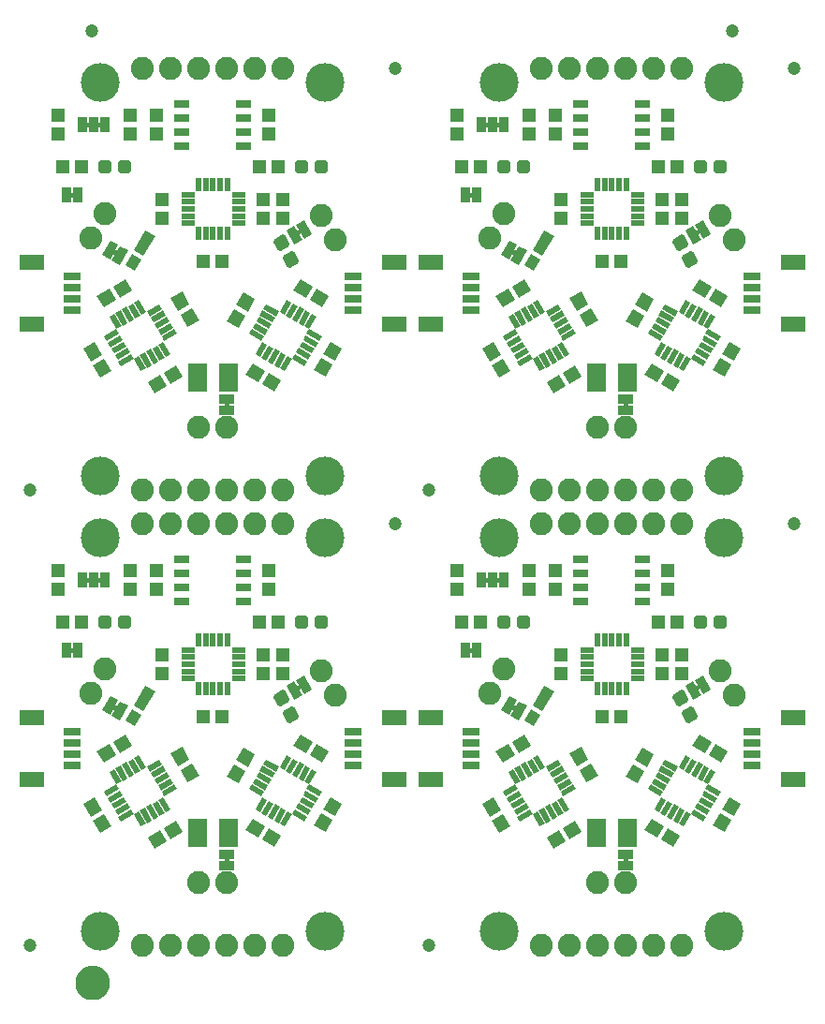
<source format=gts>
G75*
%MOIN*%
%OFA0B0*%
%FSLAX25Y25*%
%IPPOS*%
%LPD*%
%AMOC8*
5,1,8,0,0,1.08239X$1,22.5*
%
%ADD10C,0.08200*%
%ADD11R,0.05131X0.04737*%
%ADD12C,0.13800*%
%ADD13R,0.03300X0.05800*%
%ADD14C,0.00500*%
%ADD15C,0.04737*%
%ADD16R,0.01981X0.05131*%
%ADD17R,0.05131X0.01981*%
%ADD18R,0.04737X0.05131*%
%ADD19R,0.05524X0.03162*%
%ADD20R,0.08674X0.05524*%
%ADD21R,0.06115X0.03162*%
%ADD22C,0.01990*%
%ADD23R,0.03950X0.04737*%
%ADD24R,0.03950X0.08280*%
%ADD25R,0.05800X0.03300*%
%ADD26R,0.07099X0.10249*%
%ADD27C,0.05000*%
%ADD28C,0.06706*%
D10*
X0087074Y0033750D03*
X0097074Y0033750D03*
X0107074Y0033750D03*
X0117074Y0033750D03*
X0127074Y0033750D03*
X0137074Y0033750D03*
X0117074Y0056250D03*
X0107074Y0056250D03*
X0068574Y0123420D03*
X0073574Y0132080D03*
X0087074Y0183750D03*
X0097074Y0183750D03*
X0107074Y0183750D03*
X0117074Y0183750D03*
X0127074Y0183750D03*
X0137074Y0183750D03*
X0137074Y0195750D03*
X0127074Y0195750D03*
X0117074Y0195750D03*
X0107074Y0195750D03*
X0097074Y0195750D03*
X0087074Y0195750D03*
X0107074Y0218250D03*
X0117074Y0218250D03*
X0155574Y0284919D03*
X0150574Y0293580D03*
X0137074Y0345750D03*
X0127074Y0345750D03*
X0117074Y0345750D03*
X0107074Y0345750D03*
X0097074Y0345750D03*
X0087074Y0345750D03*
X0073574Y0294080D03*
X0068574Y0285419D03*
X0210574Y0285419D03*
X0215574Y0294080D03*
X0229074Y0345750D03*
X0239074Y0345750D03*
X0249074Y0345750D03*
X0259074Y0345750D03*
X0269074Y0345750D03*
X0279074Y0345750D03*
X0292574Y0293580D03*
X0297574Y0284919D03*
X0259074Y0218250D03*
X0249074Y0218250D03*
X0249074Y0195750D03*
X0259074Y0195750D03*
X0269074Y0195750D03*
X0279074Y0195750D03*
X0279074Y0183750D03*
X0269074Y0183750D03*
X0259074Y0183750D03*
X0249074Y0183750D03*
X0239074Y0183750D03*
X0229074Y0183750D03*
X0229074Y0195750D03*
X0239074Y0195750D03*
X0215574Y0132080D03*
X0210574Y0123420D03*
X0155574Y0122920D03*
X0150574Y0131580D03*
X0249074Y0056250D03*
X0259074Y0056250D03*
X0259074Y0033750D03*
X0249074Y0033750D03*
X0239074Y0033750D03*
X0229074Y0033750D03*
X0269074Y0033750D03*
X0279074Y0033750D03*
X0297574Y0122920D03*
X0292574Y0131580D03*
D11*
X0277421Y0148750D03*
X0270728Y0148750D03*
X0257421Y0115250D03*
X0250728Y0115250D03*
G36*
X0243210Y0104303D02*
X0245775Y0099861D01*
X0241674Y0097493D01*
X0239109Y0101935D01*
X0243210Y0104303D01*
G37*
G36*
X0246556Y0098507D02*
X0249121Y0094065D01*
X0245020Y0091697D01*
X0242455Y0096139D01*
X0246556Y0098507D01*
G37*
G36*
X0259068Y0093815D02*
X0261633Y0098257D01*
X0265734Y0095889D01*
X0263169Y0091447D01*
X0259068Y0093815D01*
G37*
G36*
X0262414Y0099611D02*
X0264979Y0104053D01*
X0269080Y0101685D01*
X0266515Y0097243D01*
X0262414Y0099611D01*
G37*
G36*
X0287213Y0102090D02*
X0282771Y0104655D01*
X0285139Y0108756D01*
X0289581Y0106191D01*
X0287213Y0102090D01*
G37*
G36*
X0293009Y0098744D02*
X0288567Y0101309D01*
X0290935Y0105410D01*
X0295377Y0102845D01*
X0293009Y0098744D01*
G37*
G36*
X0293414Y0082111D02*
X0295979Y0086553D01*
X0300080Y0084185D01*
X0297515Y0079743D01*
X0293414Y0082111D01*
G37*
G36*
X0290068Y0076315D02*
X0292633Y0080757D01*
X0296734Y0078389D01*
X0294169Y0073947D01*
X0290068Y0076315D01*
G37*
G36*
X0276009Y0068744D02*
X0271567Y0071309D01*
X0273935Y0075410D01*
X0278377Y0072845D01*
X0276009Y0068744D01*
G37*
G36*
X0270213Y0072090D02*
X0265771Y0074655D01*
X0268139Y0078756D01*
X0272581Y0076191D01*
X0270213Y0072090D01*
G37*
G36*
X0236606Y0075514D02*
X0241048Y0078079D01*
X0243416Y0073978D01*
X0238974Y0071413D01*
X0236606Y0075514D01*
G37*
G36*
X0230809Y0072168D02*
X0235251Y0074733D01*
X0237619Y0070632D01*
X0233177Y0068067D01*
X0230809Y0072168D01*
G37*
G36*
X0215379Y0080507D02*
X0217944Y0076065D01*
X0213843Y0073697D01*
X0211278Y0078139D01*
X0215379Y0080507D01*
G37*
G36*
X0212033Y0086303D02*
X0214598Y0081861D01*
X0210497Y0079493D01*
X0207932Y0083935D01*
X0212033Y0086303D01*
G37*
G36*
X0212771Y0102845D02*
X0217213Y0105410D01*
X0219581Y0101309D01*
X0215139Y0098744D01*
X0212771Y0102845D01*
G37*
G36*
X0218567Y0106191D02*
X0223009Y0108756D01*
X0225377Y0104655D01*
X0220935Y0102090D01*
X0218567Y0106191D01*
G37*
X0207421Y0148750D03*
X0200728Y0148750D03*
G36*
X0151009Y0098744D02*
X0146567Y0101309D01*
X0148935Y0105410D01*
X0153377Y0102845D01*
X0151009Y0098744D01*
G37*
G36*
X0145213Y0102090D02*
X0140771Y0104655D01*
X0143139Y0108756D01*
X0147581Y0106191D01*
X0145213Y0102090D01*
G37*
G36*
X0151415Y0082111D02*
X0153980Y0086553D01*
X0158081Y0084185D01*
X0155516Y0079743D01*
X0151415Y0082111D01*
G37*
G36*
X0148068Y0076315D02*
X0150633Y0080757D01*
X0154734Y0078389D01*
X0152169Y0073947D01*
X0148068Y0076315D01*
G37*
G36*
X0134009Y0068744D02*
X0129567Y0071309D01*
X0131935Y0075410D01*
X0136377Y0072845D01*
X0134009Y0068744D01*
G37*
G36*
X0128213Y0072090D02*
X0123771Y0074655D01*
X0126139Y0078756D01*
X0130581Y0076191D01*
X0128213Y0072090D01*
G37*
G36*
X0117068Y0093815D02*
X0119633Y0098257D01*
X0123734Y0095889D01*
X0121169Y0091447D01*
X0117068Y0093815D01*
G37*
G36*
X0120414Y0099611D02*
X0122979Y0104053D01*
X0127080Y0101685D01*
X0124515Y0097243D01*
X0120414Y0099611D01*
G37*
X0115421Y0115250D03*
X0108728Y0115250D03*
G36*
X0101210Y0104303D02*
X0103775Y0099861D01*
X0099674Y0097493D01*
X0097109Y0101935D01*
X0101210Y0104303D01*
G37*
G36*
X0104556Y0098507D02*
X0107121Y0094065D01*
X0103020Y0091697D01*
X0100455Y0096139D01*
X0104556Y0098507D01*
G37*
G36*
X0094606Y0075514D02*
X0099048Y0078079D01*
X0101416Y0073978D01*
X0096974Y0071413D01*
X0094606Y0075514D01*
G37*
G36*
X0088810Y0072168D02*
X0093252Y0074733D01*
X0095620Y0070632D01*
X0091178Y0068067D01*
X0088810Y0072168D01*
G37*
G36*
X0073379Y0080507D02*
X0075944Y0076065D01*
X0071843Y0073697D01*
X0069278Y0078139D01*
X0073379Y0080507D01*
G37*
G36*
X0070033Y0086303D02*
X0072598Y0081861D01*
X0068497Y0079493D01*
X0065932Y0083935D01*
X0070033Y0086303D01*
G37*
G36*
X0070771Y0102845D02*
X0075213Y0105410D01*
X0077581Y0101309D01*
X0073139Y0098744D01*
X0070771Y0102845D01*
G37*
G36*
X0076568Y0106191D02*
X0081010Y0108756D01*
X0083378Y0104655D01*
X0078936Y0102090D01*
X0076568Y0106191D01*
G37*
X0065421Y0148750D03*
X0058728Y0148750D03*
X0128728Y0148750D03*
X0135421Y0148750D03*
G36*
X0134009Y0230744D02*
X0129567Y0233309D01*
X0131935Y0237410D01*
X0136377Y0234845D01*
X0134009Y0230744D01*
G37*
G36*
X0128213Y0234090D02*
X0123771Y0236655D01*
X0126139Y0240756D01*
X0130581Y0238191D01*
X0128213Y0234090D01*
G37*
G36*
X0148068Y0238315D02*
X0150633Y0242757D01*
X0154734Y0240389D01*
X0152169Y0235947D01*
X0148068Y0238315D01*
G37*
G36*
X0151415Y0244111D02*
X0153980Y0248553D01*
X0158081Y0246185D01*
X0155516Y0241743D01*
X0151415Y0244111D01*
G37*
G36*
X0151009Y0260743D02*
X0146567Y0263308D01*
X0148935Y0267409D01*
X0153377Y0264844D01*
X0151009Y0260743D01*
G37*
G36*
X0145213Y0264090D02*
X0140771Y0266655D01*
X0143139Y0270756D01*
X0147581Y0268191D01*
X0145213Y0264090D01*
G37*
G36*
X0120414Y0261611D02*
X0122979Y0266053D01*
X0127080Y0263685D01*
X0124515Y0259243D01*
X0120414Y0261611D01*
G37*
G36*
X0117068Y0255815D02*
X0119633Y0260257D01*
X0123734Y0257889D01*
X0121169Y0253447D01*
X0117068Y0255815D01*
G37*
G36*
X0104556Y0260507D02*
X0107121Y0256065D01*
X0103020Y0253697D01*
X0100455Y0258139D01*
X0104556Y0260507D01*
G37*
G36*
X0101210Y0266303D02*
X0103775Y0261861D01*
X0099674Y0259493D01*
X0097109Y0263935D01*
X0101210Y0266303D01*
G37*
X0108728Y0277250D03*
X0115421Y0277250D03*
X0128728Y0310750D03*
X0135421Y0310750D03*
G36*
X0076568Y0268191D02*
X0081010Y0270756D01*
X0083378Y0266655D01*
X0078936Y0264090D01*
X0076568Y0268191D01*
G37*
G36*
X0070771Y0264844D02*
X0075213Y0267409D01*
X0077581Y0263308D01*
X0073139Y0260743D01*
X0070771Y0264844D01*
G37*
G36*
X0070033Y0248303D02*
X0072598Y0243861D01*
X0068497Y0241493D01*
X0065932Y0245935D01*
X0070033Y0248303D01*
G37*
G36*
X0073379Y0242507D02*
X0075944Y0238065D01*
X0071843Y0235697D01*
X0069278Y0240139D01*
X0073379Y0242507D01*
G37*
G36*
X0088810Y0234167D02*
X0093252Y0236732D01*
X0095620Y0232631D01*
X0091178Y0230066D01*
X0088810Y0234167D01*
G37*
G36*
X0094606Y0237514D02*
X0099048Y0240079D01*
X0101416Y0235978D01*
X0096974Y0233413D01*
X0094606Y0237514D01*
G37*
X0065421Y0310750D03*
X0058728Y0310750D03*
X0200728Y0310750D03*
X0207421Y0310750D03*
X0250728Y0277250D03*
X0257421Y0277250D03*
G36*
X0262414Y0261611D02*
X0264979Y0266053D01*
X0269080Y0263685D01*
X0266515Y0259243D01*
X0262414Y0261611D01*
G37*
G36*
X0259068Y0255815D02*
X0261633Y0260257D01*
X0265734Y0257889D01*
X0263169Y0253447D01*
X0259068Y0255815D01*
G37*
G36*
X0246556Y0260507D02*
X0249121Y0256065D01*
X0245020Y0253697D01*
X0242455Y0258139D01*
X0246556Y0260507D01*
G37*
G36*
X0243210Y0266303D02*
X0245775Y0261861D01*
X0241674Y0259493D01*
X0239109Y0263935D01*
X0243210Y0266303D01*
G37*
G36*
X0218567Y0268191D02*
X0223009Y0270756D01*
X0225377Y0266655D01*
X0220935Y0264090D01*
X0218567Y0268191D01*
G37*
G36*
X0212771Y0264844D02*
X0217213Y0267409D01*
X0219581Y0263308D01*
X0215139Y0260743D01*
X0212771Y0264844D01*
G37*
G36*
X0212033Y0248303D02*
X0214598Y0243861D01*
X0210497Y0241493D01*
X0207932Y0245935D01*
X0212033Y0248303D01*
G37*
G36*
X0215379Y0242507D02*
X0217944Y0238065D01*
X0213843Y0235697D01*
X0211278Y0240139D01*
X0215379Y0242507D01*
G37*
G36*
X0230809Y0234167D02*
X0235251Y0236732D01*
X0237619Y0232631D01*
X0233177Y0230066D01*
X0230809Y0234167D01*
G37*
G36*
X0236606Y0237514D02*
X0241048Y0240079D01*
X0243416Y0235978D01*
X0238974Y0233413D01*
X0236606Y0237514D01*
G37*
G36*
X0270213Y0234090D02*
X0265771Y0236655D01*
X0268139Y0240756D01*
X0272581Y0238191D01*
X0270213Y0234090D01*
G37*
G36*
X0276009Y0230744D02*
X0271567Y0233309D01*
X0273935Y0237410D01*
X0278377Y0234845D01*
X0276009Y0230744D01*
G37*
G36*
X0290068Y0238315D02*
X0292633Y0242757D01*
X0296734Y0240389D01*
X0294169Y0235947D01*
X0290068Y0238315D01*
G37*
G36*
X0293414Y0244111D02*
X0295979Y0248553D01*
X0300080Y0246185D01*
X0297515Y0241743D01*
X0293414Y0244111D01*
G37*
G36*
X0293009Y0260743D02*
X0288567Y0263308D01*
X0290935Y0267409D01*
X0295377Y0264844D01*
X0293009Y0260743D01*
G37*
G36*
X0287213Y0264090D02*
X0282771Y0266655D01*
X0285139Y0270756D01*
X0289581Y0268191D01*
X0287213Y0264090D01*
G37*
X0277421Y0310750D03*
X0270728Y0310750D03*
D12*
X0294074Y0340750D03*
X0214074Y0340750D03*
X0152074Y0340750D03*
X0072074Y0340750D03*
X0072074Y0200750D03*
X0072074Y0178750D03*
X0152074Y0178750D03*
X0152074Y0200750D03*
X0214074Y0200750D03*
X0214074Y0178750D03*
X0294074Y0178750D03*
X0294074Y0200750D03*
X0294074Y0038750D03*
X0214074Y0038750D03*
X0152074Y0038750D03*
X0072074Y0038750D03*
D13*
G36*
X0078974Y0120576D02*
X0081831Y0118926D01*
X0078932Y0113904D01*
X0076075Y0115554D01*
X0078974Y0120576D01*
G37*
G36*
X0075509Y0122576D02*
X0078366Y0120926D01*
X0075467Y0115904D01*
X0072610Y0117554D01*
X0075509Y0122576D01*
G37*
X0064074Y0138750D03*
X0060074Y0138750D03*
X0065574Y0163750D03*
X0069574Y0163750D03*
X0073574Y0163750D03*
G36*
X0143946Y0122845D02*
X0141089Y0121195D01*
X0138190Y0126217D01*
X0141047Y0127867D01*
X0143946Y0122845D01*
G37*
G36*
X0147410Y0124845D02*
X0144553Y0123195D01*
X0141654Y0128217D01*
X0144511Y0129867D01*
X0147410Y0124845D01*
G37*
X0202074Y0138750D03*
X0206074Y0138750D03*
G36*
X0217509Y0122576D02*
X0220366Y0120926D01*
X0217467Y0115904D01*
X0214610Y0117554D01*
X0217509Y0122576D01*
G37*
G36*
X0220973Y0120576D02*
X0223830Y0118926D01*
X0220931Y0113904D01*
X0218074Y0115554D01*
X0220973Y0120576D01*
G37*
X0215574Y0163750D03*
X0211574Y0163750D03*
X0207574Y0163750D03*
G36*
X0285946Y0122845D02*
X0283089Y0121195D01*
X0280190Y0126217D01*
X0283047Y0127867D01*
X0285946Y0122845D01*
G37*
G36*
X0289410Y0124845D02*
X0286553Y0123195D01*
X0283654Y0128217D01*
X0286511Y0129867D01*
X0289410Y0124845D01*
G37*
G36*
X0220973Y0282576D02*
X0223830Y0280926D01*
X0220931Y0275904D01*
X0218074Y0277554D01*
X0220973Y0282576D01*
G37*
G36*
X0217509Y0284576D02*
X0220366Y0282926D01*
X0217467Y0277904D01*
X0214610Y0279554D01*
X0217509Y0284576D01*
G37*
X0206074Y0300750D03*
X0202074Y0300750D03*
X0207574Y0325750D03*
X0211574Y0325750D03*
X0215574Y0325750D03*
G36*
X0285946Y0284845D02*
X0283089Y0283195D01*
X0280190Y0288217D01*
X0283047Y0289867D01*
X0285946Y0284845D01*
G37*
G36*
X0289410Y0286845D02*
X0286553Y0285195D01*
X0283654Y0290217D01*
X0286511Y0291867D01*
X0289410Y0286845D01*
G37*
G36*
X0147410Y0286845D02*
X0144553Y0285195D01*
X0141654Y0290217D01*
X0144511Y0291867D01*
X0147410Y0286845D01*
G37*
G36*
X0143946Y0284845D02*
X0141089Y0283195D01*
X0138190Y0288217D01*
X0141047Y0289867D01*
X0143946Y0284845D01*
G37*
G36*
X0078974Y0282576D02*
X0081831Y0280926D01*
X0078932Y0275904D01*
X0076075Y0277554D01*
X0078974Y0282576D01*
G37*
G36*
X0075509Y0284576D02*
X0078366Y0282926D01*
X0075467Y0277904D01*
X0072610Y0279554D01*
X0075509Y0284576D01*
G37*
X0064074Y0300750D03*
X0060074Y0300750D03*
X0065574Y0325750D03*
X0069574Y0325750D03*
X0073574Y0325750D03*
D14*
X0072324Y0325863D02*
X0066824Y0325863D01*
X0066824Y0326250D02*
X0066824Y0325250D01*
X0072324Y0325250D01*
X0072324Y0326250D01*
X0066824Y0326250D01*
X0066824Y0325364D02*
X0072324Y0325364D01*
X0062824Y0301250D02*
X0062824Y0300250D01*
X0061324Y0300250D01*
X0061324Y0301250D01*
X0062824Y0301250D01*
X0062824Y0300937D02*
X0061324Y0300937D01*
X0061324Y0300439D02*
X0062824Y0300439D01*
X0076821Y0281048D02*
X0078120Y0280298D01*
X0077620Y0279432D01*
X0076321Y0280182D01*
X0076821Y0281048D01*
X0076791Y0280997D02*
X0076910Y0280997D01*
X0076503Y0280498D02*
X0077774Y0280498D01*
X0077948Y0280000D02*
X0076637Y0280000D01*
X0077501Y0279501D02*
X0077660Y0279501D01*
X0116574Y0227000D02*
X0117574Y0227000D01*
X0117574Y0225500D01*
X0116574Y0225500D01*
X0116574Y0227000D01*
X0116574Y0226659D02*
X0117574Y0226659D01*
X0117574Y0226160D02*
X0116574Y0226160D01*
X0116574Y0225662D02*
X0117574Y0225662D01*
X0072324Y0164250D02*
X0066824Y0164250D01*
X0066824Y0163250D01*
X0072324Y0163250D01*
X0072324Y0164250D01*
X0072324Y0163847D02*
X0066824Y0163847D01*
X0066824Y0163348D02*
X0072324Y0163348D01*
X0062824Y0139250D02*
X0062824Y0138250D01*
X0061324Y0138250D01*
X0061324Y0139250D01*
X0062824Y0139250D01*
X0062824Y0138921D02*
X0061324Y0138921D01*
X0061324Y0138422D02*
X0062824Y0138422D01*
X0076821Y0119048D02*
X0078120Y0118298D01*
X0077620Y0117432D01*
X0076321Y0118182D01*
X0076821Y0119048D01*
X0076782Y0118981D02*
X0076939Y0118981D01*
X0076494Y0118482D02*
X0077802Y0118482D01*
X0077938Y0117984D02*
X0076665Y0117984D01*
X0077529Y0117485D02*
X0077650Y0117485D01*
X0116574Y0065000D02*
X0117574Y0065000D01*
X0117574Y0063500D01*
X0116574Y0063500D01*
X0116574Y0065000D01*
X0116574Y0064643D02*
X0117574Y0064643D01*
X0117574Y0064144D02*
X0116574Y0064144D01*
X0116574Y0063646D02*
X0117574Y0063646D01*
X0142401Y0124723D02*
X0141901Y0125589D01*
X0143200Y0126339D01*
X0143700Y0125473D01*
X0142401Y0124723D01*
X0142262Y0124963D02*
X0142816Y0124963D01*
X0141974Y0125461D02*
X0143679Y0125461D01*
X0143419Y0125960D02*
X0142543Y0125960D01*
X0203324Y0138250D02*
X0203324Y0139250D01*
X0204824Y0139250D01*
X0204824Y0138250D01*
X0203324Y0138250D01*
X0203324Y0138422D02*
X0204824Y0138422D01*
X0204824Y0138921D02*
X0203324Y0138921D01*
X0208824Y0163250D02*
X0208824Y0164250D01*
X0214324Y0164250D01*
X0214324Y0163250D01*
X0208824Y0163250D01*
X0208824Y0163348D02*
X0214324Y0163348D01*
X0214324Y0163847D02*
X0208824Y0163847D01*
X0218821Y0119048D02*
X0220120Y0118298D01*
X0219620Y0117432D01*
X0218321Y0118182D01*
X0218821Y0119048D01*
X0218782Y0118981D02*
X0218938Y0118981D01*
X0218494Y0118482D02*
X0219802Y0118482D01*
X0219938Y0117984D02*
X0218665Y0117984D01*
X0219529Y0117485D02*
X0219650Y0117485D01*
X0258574Y0065000D02*
X0259574Y0065000D01*
X0259574Y0063500D01*
X0258574Y0063500D01*
X0258574Y0065000D01*
X0258574Y0064643D02*
X0259574Y0064643D01*
X0259574Y0064144D02*
X0258574Y0064144D01*
X0258574Y0063646D02*
X0259574Y0063646D01*
X0284401Y0124723D02*
X0283901Y0125589D01*
X0285200Y0126339D01*
X0285700Y0125473D01*
X0284401Y0124723D01*
X0284262Y0124963D02*
X0284816Y0124963D01*
X0283974Y0125461D02*
X0285679Y0125461D01*
X0285418Y0125960D02*
X0284543Y0125960D01*
X0259574Y0225500D02*
X0258574Y0225500D01*
X0258574Y0227000D01*
X0259574Y0227000D01*
X0259574Y0225500D01*
X0259574Y0225662D02*
X0258574Y0225662D01*
X0258574Y0226160D02*
X0259574Y0226160D01*
X0259574Y0226659D02*
X0258574Y0226659D01*
X0219620Y0279432D02*
X0220120Y0280298D01*
X0218821Y0281048D01*
X0218321Y0280182D01*
X0219620Y0279432D01*
X0219660Y0279501D02*
X0219500Y0279501D01*
X0219947Y0280000D02*
X0218637Y0280000D01*
X0218503Y0280498D02*
X0219773Y0280498D01*
X0218910Y0280997D02*
X0218791Y0280997D01*
X0204824Y0300250D02*
X0203324Y0300250D01*
X0203324Y0301250D01*
X0204824Y0301250D01*
X0204824Y0300250D01*
X0204824Y0300439D02*
X0203324Y0300439D01*
X0203324Y0300937D02*
X0204824Y0300937D01*
X0208824Y0325250D02*
X0208824Y0326250D01*
X0214324Y0326250D01*
X0214324Y0325250D01*
X0208824Y0325250D01*
X0208824Y0325364D02*
X0214324Y0325364D01*
X0214324Y0325863D02*
X0208824Y0325863D01*
X0143409Y0287976D02*
X0142571Y0287976D01*
X0143200Y0288339D02*
X0143700Y0287473D01*
X0142401Y0286723D01*
X0141901Y0287589D01*
X0143200Y0288339D01*
X0143697Y0287477D02*
X0141965Y0287477D01*
X0142253Y0286979D02*
X0142844Y0286979D01*
X0283901Y0287589D02*
X0284401Y0286723D01*
X0285700Y0287473D01*
X0285200Y0288339D01*
X0283901Y0287589D01*
X0283965Y0287477D02*
X0285697Y0287477D01*
X0285409Y0287976D02*
X0284571Y0287976D01*
X0284844Y0286979D02*
X0284253Y0286979D01*
D15*
X0047074Y0033750D03*
X0189074Y0033750D03*
X0177074Y0183750D03*
X0189074Y0195750D03*
X0319074Y0183750D03*
X0319074Y0345750D03*
X0297074Y0359000D03*
X0177074Y0345750D03*
X0069074Y0359000D03*
X0047074Y0195750D03*
D16*
G36*
X0082879Y0244126D02*
X0083869Y0242412D01*
X0079427Y0239848D01*
X0078437Y0241562D01*
X0082879Y0244126D01*
G37*
G36*
X0081599Y0246342D02*
X0082589Y0244628D01*
X0078147Y0242064D01*
X0077157Y0243778D01*
X0081599Y0246342D01*
G37*
G36*
X0080319Y0248558D02*
X0081309Y0246844D01*
X0076867Y0244280D01*
X0075877Y0245994D01*
X0080319Y0248558D01*
G37*
G36*
X0079040Y0250774D02*
X0080030Y0249060D01*
X0075588Y0246496D01*
X0074598Y0248210D01*
X0079040Y0250774D01*
G37*
G36*
X0077760Y0252991D02*
X0078750Y0251277D01*
X0074308Y0248713D01*
X0073318Y0250427D01*
X0077760Y0252991D01*
G37*
G36*
X0079470Y0253966D02*
X0077756Y0252976D01*
X0075192Y0257418D01*
X0076906Y0258408D01*
X0079470Y0253966D01*
G37*
G36*
X0081687Y0255245D02*
X0079973Y0254255D01*
X0077409Y0258697D01*
X0079123Y0259687D01*
X0081687Y0255245D01*
G37*
G36*
X0083903Y0256525D02*
X0082189Y0255535D01*
X0079625Y0259977D01*
X0081339Y0260967D01*
X0083903Y0256525D01*
G37*
G36*
X0086119Y0257804D02*
X0084405Y0256814D01*
X0081841Y0261256D01*
X0083555Y0262246D01*
X0086119Y0257804D01*
G37*
G36*
X0088335Y0259084D02*
X0086621Y0258094D01*
X0084057Y0262536D01*
X0085771Y0263526D01*
X0088335Y0259084D01*
G37*
G36*
X0089651Y0257571D02*
X0088661Y0259285D01*
X0093103Y0261849D01*
X0094093Y0260135D01*
X0089651Y0257571D01*
G37*
G36*
X0090931Y0255355D02*
X0089941Y0257069D01*
X0094383Y0259633D01*
X0095373Y0257919D01*
X0090931Y0255355D01*
G37*
G36*
X0092210Y0253138D02*
X0091220Y0254852D01*
X0095662Y0257416D01*
X0096652Y0255702D01*
X0092210Y0253138D01*
G37*
G36*
X0093490Y0250922D02*
X0092500Y0252636D01*
X0096942Y0255200D01*
X0097932Y0253486D01*
X0093490Y0250922D01*
G37*
G36*
X0094769Y0248706D02*
X0093779Y0250420D01*
X0098221Y0252984D01*
X0099211Y0251270D01*
X0094769Y0248706D01*
G37*
G36*
X0092719Y0247534D02*
X0094433Y0248524D01*
X0096997Y0244082D01*
X0095283Y0243092D01*
X0092719Y0247534D01*
G37*
G36*
X0090502Y0246254D02*
X0092216Y0247244D01*
X0094780Y0242802D01*
X0093066Y0241812D01*
X0090502Y0246254D01*
G37*
G36*
X0088286Y0244975D02*
X0090000Y0245965D01*
X0092564Y0241523D01*
X0090850Y0240533D01*
X0088286Y0244975D01*
G37*
G36*
X0086070Y0243695D02*
X0087784Y0244685D01*
X0090348Y0240243D01*
X0088634Y0239253D01*
X0086070Y0243695D01*
G37*
G36*
X0083854Y0242416D02*
X0085568Y0243406D01*
X0088132Y0238964D01*
X0086418Y0237974D01*
X0083854Y0242416D01*
G37*
G36*
X0130369Y0250420D02*
X0129379Y0248706D01*
X0124937Y0251270D01*
X0125927Y0252984D01*
X0130369Y0250420D01*
G37*
G36*
X0131649Y0252636D02*
X0130659Y0250922D01*
X0126217Y0253486D01*
X0127207Y0255200D01*
X0131649Y0252636D01*
G37*
G36*
X0132928Y0254852D02*
X0131938Y0253138D01*
X0127496Y0255702D01*
X0128486Y0257416D01*
X0132928Y0254852D01*
G37*
G36*
X0134208Y0257069D02*
X0133218Y0255355D01*
X0128776Y0257919D01*
X0129766Y0259633D01*
X0134208Y0257069D01*
G37*
G36*
X0135487Y0259285D02*
X0134497Y0257571D01*
X0130055Y0260135D01*
X0131045Y0261849D01*
X0135487Y0259285D01*
G37*
G36*
X0137527Y0258094D02*
X0135813Y0259084D01*
X0138377Y0263526D01*
X0140091Y0262536D01*
X0137527Y0258094D01*
G37*
G36*
X0139744Y0256814D02*
X0138030Y0257804D01*
X0140594Y0262246D01*
X0142308Y0261256D01*
X0139744Y0256814D01*
G37*
G36*
X0141960Y0255535D02*
X0140246Y0256525D01*
X0142810Y0260967D01*
X0144524Y0259977D01*
X0141960Y0255535D01*
G37*
G36*
X0144176Y0254255D02*
X0142462Y0255245D01*
X0145026Y0259687D01*
X0146740Y0258697D01*
X0144176Y0254255D01*
G37*
G36*
X0146392Y0252976D02*
X0144678Y0253966D01*
X0147242Y0258408D01*
X0148956Y0257418D01*
X0146392Y0252976D01*
G37*
G36*
X0145398Y0251277D02*
X0146388Y0252991D01*
X0150830Y0250427D01*
X0149840Y0248713D01*
X0145398Y0251277D01*
G37*
G36*
X0144119Y0249060D02*
X0145109Y0250774D01*
X0149551Y0248210D01*
X0148561Y0246496D01*
X0144119Y0249060D01*
G37*
G36*
X0142839Y0246844D02*
X0143829Y0248558D01*
X0148271Y0245994D01*
X0147281Y0244280D01*
X0142839Y0246844D01*
G37*
G36*
X0141560Y0244628D02*
X0142550Y0246342D01*
X0146992Y0243778D01*
X0146002Y0242064D01*
X0141560Y0244628D01*
G37*
G36*
X0140280Y0242412D02*
X0141270Y0244126D01*
X0145712Y0241562D01*
X0144722Y0239848D01*
X0140280Y0242412D01*
G37*
G36*
X0138581Y0243406D02*
X0140295Y0242416D01*
X0137731Y0237974D01*
X0136017Y0238964D01*
X0138581Y0243406D01*
G37*
G36*
X0136365Y0244685D02*
X0138079Y0243695D01*
X0135515Y0239253D01*
X0133801Y0240243D01*
X0136365Y0244685D01*
G37*
G36*
X0134148Y0245965D02*
X0135862Y0244975D01*
X0133298Y0240533D01*
X0131584Y0241523D01*
X0134148Y0245965D01*
G37*
G36*
X0131932Y0247244D02*
X0133646Y0246254D01*
X0131082Y0241812D01*
X0129368Y0242802D01*
X0131932Y0247244D01*
G37*
G36*
X0129716Y0248524D02*
X0131430Y0247534D01*
X0128866Y0243092D01*
X0127152Y0244082D01*
X0129716Y0248524D01*
G37*
X0117192Y0287088D03*
X0114633Y0287088D03*
X0112074Y0287088D03*
X0109515Y0287088D03*
X0106956Y0287088D03*
X0106956Y0304411D03*
X0109515Y0304411D03*
X0112074Y0304411D03*
X0114633Y0304411D03*
X0117192Y0304411D03*
G36*
X0221470Y0253966D02*
X0219756Y0252976D01*
X0217192Y0257418D01*
X0218906Y0258408D01*
X0221470Y0253966D01*
G37*
G36*
X0223686Y0255245D02*
X0221972Y0254255D01*
X0219408Y0258697D01*
X0221122Y0259687D01*
X0223686Y0255245D01*
G37*
G36*
X0225903Y0256525D02*
X0224189Y0255535D01*
X0221625Y0259977D01*
X0223339Y0260967D01*
X0225903Y0256525D01*
G37*
G36*
X0228119Y0257804D02*
X0226405Y0256814D01*
X0223841Y0261256D01*
X0225555Y0262246D01*
X0228119Y0257804D01*
G37*
G36*
X0230335Y0259084D02*
X0228621Y0258094D01*
X0226057Y0262536D01*
X0227771Y0263526D01*
X0230335Y0259084D01*
G37*
G36*
X0231651Y0257571D02*
X0230661Y0259285D01*
X0235103Y0261849D01*
X0236093Y0260135D01*
X0231651Y0257571D01*
G37*
G36*
X0232931Y0255355D02*
X0231941Y0257069D01*
X0236383Y0259633D01*
X0237373Y0257919D01*
X0232931Y0255355D01*
G37*
G36*
X0234210Y0253138D02*
X0233220Y0254852D01*
X0237662Y0257416D01*
X0238652Y0255702D01*
X0234210Y0253138D01*
G37*
G36*
X0235490Y0250922D02*
X0234500Y0252636D01*
X0238942Y0255200D01*
X0239932Y0253486D01*
X0235490Y0250922D01*
G37*
G36*
X0236769Y0248706D02*
X0235779Y0250420D01*
X0240221Y0252984D01*
X0241211Y0251270D01*
X0236769Y0248706D01*
G37*
G36*
X0234718Y0247534D02*
X0236432Y0248524D01*
X0238996Y0244082D01*
X0237282Y0243092D01*
X0234718Y0247534D01*
G37*
G36*
X0232502Y0246254D02*
X0234216Y0247244D01*
X0236780Y0242802D01*
X0235066Y0241812D01*
X0232502Y0246254D01*
G37*
G36*
X0230286Y0244975D02*
X0232000Y0245965D01*
X0234564Y0241523D01*
X0232850Y0240533D01*
X0230286Y0244975D01*
G37*
G36*
X0228070Y0243695D02*
X0229784Y0244685D01*
X0232348Y0240243D01*
X0230634Y0239253D01*
X0228070Y0243695D01*
G37*
G36*
X0225854Y0242416D02*
X0227568Y0243406D01*
X0230132Y0238964D01*
X0228418Y0237974D01*
X0225854Y0242416D01*
G37*
G36*
X0224878Y0244126D02*
X0225868Y0242412D01*
X0221426Y0239848D01*
X0220436Y0241562D01*
X0224878Y0244126D01*
G37*
G36*
X0223599Y0246342D02*
X0224589Y0244628D01*
X0220147Y0242064D01*
X0219157Y0243778D01*
X0223599Y0246342D01*
G37*
G36*
X0222319Y0248558D02*
X0223309Y0246844D01*
X0218867Y0244280D01*
X0217877Y0245994D01*
X0222319Y0248558D01*
G37*
G36*
X0221040Y0250774D02*
X0222030Y0249060D01*
X0217588Y0246496D01*
X0216598Y0248210D01*
X0221040Y0250774D01*
G37*
G36*
X0219760Y0252991D02*
X0220750Y0251277D01*
X0216308Y0248713D01*
X0215318Y0250427D01*
X0219760Y0252991D01*
G37*
X0248956Y0287088D03*
X0251515Y0287088D03*
X0254074Y0287088D03*
X0256633Y0287088D03*
X0259192Y0287088D03*
X0259192Y0304411D03*
X0256633Y0304411D03*
X0254074Y0304411D03*
X0251515Y0304411D03*
X0248956Y0304411D03*
G36*
X0279527Y0258094D02*
X0277813Y0259084D01*
X0280377Y0263526D01*
X0282091Y0262536D01*
X0279527Y0258094D01*
G37*
G36*
X0281743Y0256814D02*
X0280029Y0257804D01*
X0282593Y0262246D01*
X0284307Y0261256D01*
X0281743Y0256814D01*
G37*
G36*
X0283960Y0255535D02*
X0282246Y0256525D01*
X0284810Y0260967D01*
X0286524Y0259977D01*
X0283960Y0255535D01*
G37*
G36*
X0286176Y0254255D02*
X0284462Y0255245D01*
X0287026Y0259687D01*
X0288740Y0258697D01*
X0286176Y0254255D01*
G37*
G36*
X0288392Y0252976D02*
X0286678Y0253966D01*
X0289242Y0258408D01*
X0290956Y0257418D01*
X0288392Y0252976D01*
G37*
G36*
X0287398Y0251277D02*
X0288388Y0252991D01*
X0292830Y0250427D01*
X0291840Y0248713D01*
X0287398Y0251277D01*
G37*
G36*
X0286119Y0249060D02*
X0287109Y0250774D01*
X0291551Y0248210D01*
X0290561Y0246496D01*
X0286119Y0249060D01*
G37*
G36*
X0284839Y0246844D02*
X0285829Y0248558D01*
X0290271Y0245994D01*
X0289281Y0244280D01*
X0284839Y0246844D01*
G37*
G36*
X0283559Y0244628D02*
X0284549Y0246342D01*
X0288991Y0243778D01*
X0288001Y0242064D01*
X0283559Y0244628D01*
G37*
G36*
X0282280Y0242412D02*
X0283270Y0244126D01*
X0287712Y0241562D01*
X0286722Y0239848D01*
X0282280Y0242412D01*
G37*
G36*
X0280581Y0243406D02*
X0282295Y0242416D01*
X0279731Y0237974D01*
X0278017Y0238964D01*
X0280581Y0243406D01*
G37*
G36*
X0278364Y0244685D02*
X0280078Y0243695D01*
X0277514Y0239253D01*
X0275800Y0240243D01*
X0278364Y0244685D01*
G37*
G36*
X0276148Y0245965D02*
X0277862Y0244975D01*
X0275298Y0240533D01*
X0273584Y0241523D01*
X0276148Y0245965D01*
G37*
G36*
X0273932Y0247244D02*
X0275646Y0246254D01*
X0273082Y0241812D01*
X0271368Y0242802D01*
X0273932Y0247244D01*
G37*
G36*
X0271716Y0248524D02*
X0273430Y0247534D01*
X0270866Y0243092D01*
X0269152Y0244082D01*
X0271716Y0248524D01*
G37*
G36*
X0272369Y0250420D02*
X0271379Y0248706D01*
X0266937Y0251270D01*
X0267927Y0252984D01*
X0272369Y0250420D01*
G37*
G36*
X0273649Y0252636D02*
X0272659Y0250922D01*
X0268217Y0253486D01*
X0269207Y0255200D01*
X0273649Y0252636D01*
G37*
G36*
X0274928Y0254852D02*
X0273938Y0253138D01*
X0269496Y0255702D01*
X0270486Y0257416D01*
X0274928Y0254852D01*
G37*
G36*
X0276208Y0257069D02*
X0275218Y0255355D01*
X0270776Y0257919D01*
X0271766Y0259633D01*
X0276208Y0257069D01*
G37*
G36*
X0277487Y0259285D02*
X0276497Y0257571D01*
X0272055Y0260135D01*
X0273045Y0261849D01*
X0277487Y0259285D01*
G37*
X0259192Y0142411D03*
X0256633Y0142411D03*
X0254074Y0142411D03*
X0251515Y0142411D03*
X0248956Y0142411D03*
X0248956Y0125088D03*
X0251515Y0125088D03*
X0254074Y0125088D03*
X0256633Y0125088D03*
X0259192Y0125088D03*
G36*
X0277487Y0097285D02*
X0276497Y0095571D01*
X0272055Y0098135D01*
X0273045Y0099849D01*
X0277487Y0097285D01*
G37*
G36*
X0279527Y0096094D02*
X0277813Y0097084D01*
X0280377Y0101526D01*
X0282091Y0100536D01*
X0279527Y0096094D01*
G37*
G36*
X0281743Y0094815D02*
X0280029Y0095805D01*
X0282593Y0100247D01*
X0284307Y0099257D01*
X0281743Y0094815D01*
G37*
G36*
X0283960Y0093535D02*
X0282246Y0094525D01*
X0284810Y0098967D01*
X0286524Y0097977D01*
X0283960Y0093535D01*
G37*
G36*
X0286176Y0092256D02*
X0284462Y0093246D01*
X0287026Y0097688D01*
X0288740Y0096698D01*
X0286176Y0092256D01*
G37*
G36*
X0288392Y0090976D02*
X0286678Y0091966D01*
X0289242Y0096408D01*
X0290956Y0095418D01*
X0288392Y0090976D01*
G37*
G36*
X0287398Y0089277D02*
X0288388Y0090991D01*
X0292830Y0088427D01*
X0291840Y0086713D01*
X0287398Y0089277D01*
G37*
G36*
X0286119Y0087061D02*
X0287109Y0088775D01*
X0291551Y0086211D01*
X0290561Y0084497D01*
X0286119Y0087061D01*
G37*
G36*
X0284839Y0084844D02*
X0285829Y0086558D01*
X0290271Y0083994D01*
X0289281Y0082280D01*
X0284839Y0084844D01*
G37*
G36*
X0283559Y0082628D02*
X0284549Y0084342D01*
X0288991Y0081778D01*
X0288001Y0080064D01*
X0283559Y0082628D01*
G37*
G36*
X0282280Y0080412D02*
X0283270Y0082126D01*
X0287712Y0079562D01*
X0286722Y0077848D01*
X0282280Y0080412D01*
G37*
G36*
X0280581Y0081406D02*
X0282295Y0080416D01*
X0279731Y0075974D01*
X0278017Y0076964D01*
X0280581Y0081406D01*
G37*
G36*
X0278364Y0082686D02*
X0280078Y0081696D01*
X0277514Y0077254D01*
X0275800Y0078244D01*
X0278364Y0082686D01*
G37*
G36*
X0276148Y0083965D02*
X0277862Y0082975D01*
X0275298Y0078533D01*
X0273584Y0079523D01*
X0276148Y0083965D01*
G37*
G36*
X0273932Y0085245D02*
X0275646Y0084255D01*
X0273082Y0079813D01*
X0271368Y0080803D01*
X0273932Y0085245D01*
G37*
G36*
X0271716Y0086524D02*
X0273430Y0085534D01*
X0270866Y0081092D01*
X0269152Y0082082D01*
X0271716Y0086524D01*
G37*
G36*
X0272369Y0088420D02*
X0271379Y0086706D01*
X0266937Y0089270D01*
X0267927Y0090984D01*
X0272369Y0088420D01*
G37*
G36*
X0273649Y0090636D02*
X0272659Y0088922D01*
X0268217Y0091486D01*
X0269207Y0093200D01*
X0273649Y0090636D01*
G37*
G36*
X0274928Y0092853D02*
X0273938Y0091139D01*
X0269496Y0093703D01*
X0270486Y0095417D01*
X0274928Y0092853D01*
G37*
G36*
X0276208Y0095069D02*
X0275218Y0093355D01*
X0270776Y0095919D01*
X0271766Y0097633D01*
X0276208Y0095069D01*
G37*
G36*
X0236769Y0086706D02*
X0235779Y0088420D01*
X0240221Y0090984D01*
X0241211Y0089270D01*
X0236769Y0086706D01*
G37*
G36*
X0234718Y0085534D02*
X0236432Y0086524D01*
X0238996Y0082082D01*
X0237282Y0081092D01*
X0234718Y0085534D01*
G37*
G36*
X0232502Y0084255D02*
X0234216Y0085245D01*
X0236780Y0080803D01*
X0235066Y0079813D01*
X0232502Y0084255D01*
G37*
G36*
X0230286Y0082975D02*
X0232000Y0083965D01*
X0234564Y0079523D01*
X0232850Y0078533D01*
X0230286Y0082975D01*
G37*
G36*
X0228070Y0081695D02*
X0229784Y0082685D01*
X0232348Y0078243D01*
X0230634Y0077253D01*
X0228070Y0081695D01*
G37*
G36*
X0225854Y0080416D02*
X0227568Y0081406D01*
X0230132Y0076964D01*
X0228418Y0075974D01*
X0225854Y0080416D01*
G37*
G36*
X0224878Y0082126D02*
X0225868Y0080412D01*
X0221426Y0077848D01*
X0220436Y0079562D01*
X0224878Y0082126D01*
G37*
G36*
X0223599Y0084342D02*
X0224589Y0082628D01*
X0220147Y0080064D01*
X0219157Y0081778D01*
X0223599Y0084342D01*
G37*
G36*
X0222319Y0086558D02*
X0223309Y0084844D01*
X0218867Y0082280D01*
X0217877Y0083994D01*
X0222319Y0086558D01*
G37*
G36*
X0221040Y0088775D02*
X0222030Y0087061D01*
X0217588Y0084497D01*
X0216598Y0086211D01*
X0221040Y0088775D01*
G37*
G36*
X0219760Y0090991D02*
X0220750Y0089277D01*
X0216308Y0086713D01*
X0215318Y0088427D01*
X0219760Y0090991D01*
G37*
G36*
X0221470Y0091966D02*
X0219756Y0090976D01*
X0217192Y0095418D01*
X0218906Y0096408D01*
X0221470Y0091966D01*
G37*
G36*
X0223686Y0093245D02*
X0221972Y0092255D01*
X0219408Y0096697D01*
X0221122Y0097687D01*
X0223686Y0093245D01*
G37*
G36*
X0225903Y0094525D02*
X0224189Y0093535D01*
X0221625Y0097977D01*
X0223339Y0098967D01*
X0225903Y0094525D01*
G37*
G36*
X0228119Y0095805D02*
X0226405Y0094815D01*
X0223841Y0099257D01*
X0225555Y0100247D01*
X0228119Y0095805D01*
G37*
G36*
X0230335Y0097084D02*
X0228621Y0096094D01*
X0226057Y0100536D01*
X0227771Y0101526D01*
X0230335Y0097084D01*
G37*
G36*
X0231651Y0095571D02*
X0230661Y0097285D01*
X0235103Y0099849D01*
X0236093Y0098135D01*
X0231651Y0095571D01*
G37*
G36*
X0232931Y0093355D02*
X0231941Y0095069D01*
X0236383Y0097633D01*
X0237373Y0095919D01*
X0232931Y0093355D01*
G37*
G36*
X0234210Y0091139D02*
X0233220Y0092853D01*
X0237662Y0095417D01*
X0238652Y0093703D01*
X0234210Y0091139D01*
G37*
G36*
X0235490Y0088922D02*
X0234500Y0090636D01*
X0238942Y0093200D01*
X0239932Y0091486D01*
X0235490Y0088922D01*
G37*
G36*
X0145398Y0089277D02*
X0146388Y0090991D01*
X0150830Y0088427D01*
X0149840Y0086713D01*
X0145398Y0089277D01*
G37*
G36*
X0144119Y0087061D02*
X0145109Y0088775D01*
X0149551Y0086211D01*
X0148561Y0084497D01*
X0144119Y0087061D01*
G37*
G36*
X0142839Y0084844D02*
X0143829Y0086558D01*
X0148271Y0083994D01*
X0147281Y0082280D01*
X0142839Y0084844D01*
G37*
G36*
X0141560Y0082628D02*
X0142550Y0084342D01*
X0146992Y0081778D01*
X0146002Y0080064D01*
X0141560Y0082628D01*
G37*
G36*
X0140280Y0080412D02*
X0141270Y0082126D01*
X0145712Y0079562D01*
X0144722Y0077848D01*
X0140280Y0080412D01*
G37*
G36*
X0138581Y0081406D02*
X0140295Y0080416D01*
X0137731Y0075974D01*
X0136017Y0076964D01*
X0138581Y0081406D01*
G37*
G36*
X0136365Y0082686D02*
X0138079Y0081696D01*
X0135515Y0077254D01*
X0133801Y0078244D01*
X0136365Y0082686D01*
G37*
G36*
X0134148Y0083965D02*
X0135862Y0082975D01*
X0133298Y0078533D01*
X0131584Y0079523D01*
X0134148Y0083965D01*
G37*
G36*
X0131932Y0085245D02*
X0133646Y0084255D01*
X0131082Y0079813D01*
X0129368Y0080803D01*
X0131932Y0085245D01*
G37*
G36*
X0129716Y0086524D02*
X0131430Y0085534D01*
X0128866Y0081092D01*
X0127152Y0082082D01*
X0129716Y0086524D01*
G37*
G36*
X0130369Y0088420D02*
X0129379Y0086706D01*
X0124937Y0089270D01*
X0125927Y0090984D01*
X0130369Y0088420D01*
G37*
G36*
X0131649Y0090636D02*
X0130659Y0088922D01*
X0126217Y0091486D01*
X0127207Y0093200D01*
X0131649Y0090636D01*
G37*
G36*
X0132928Y0092853D02*
X0131938Y0091139D01*
X0127496Y0093703D01*
X0128486Y0095417D01*
X0132928Y0092853D01*
G37*
G36*
X0134208Y0095069D02*
X0133218Y0093355D01*
X0128776Y0095919D01*
X0129766Y0097633D01*
X0134208Y0095069D01*
G37*
G36*
X0135487Y0097285D02*
X0134497Y0095571D01*
X0130055Y0098135D01*
X0131045Y0099849D01*
X0135487Y0097285D01*
G37*
G36*
X0137527Y0096094D02*
X0135813Y0097084D01*
X0138377Y0101526D01*
X0140091Y0100536D01*
X0137527Y0096094D01*
G37*
G36*
X0139744Y0094815D02*
X0138030Y0095805D01*
X0140594Y0100247D01*
X0142308Y0099257D01*
X0139744Y0094815D01*
G37*
G36*
X0141960Y0093535D02*
X0140246Y0094525D01*
X0142810Y0098967D01*
X0144524Y0097977D01*
X0141960Y0093535D01*
G37*
G36*
X0144176Y0092256D02*
X0142462Y0093246D01*
X0145026Y0097688D01*
X0146740Y0096698D01*
X0144176Y0092256D01*
G37*
G36*
X0146392Y0090976D02*
X0144678Y0091966D01*
X0147242Y0096408D01*
X0148956Y0095418D01*
X0146392Y0090976D01*
G37*
X0117192Y0125088D03*
X0114633Y0125088D03*
X0112074Y0125088D03*
X0109515Y0125088D03*
X0106956Y0125088D03*
X0106956Y0142411D03*
X0109515Y0142411D03*
X0112074Y0142411D03*
X0114633Y0142411D03*
X0117192Y0142411D03*
G36*
X0089651Y0095571D02*
X0088661Y0097285D01*
X0093103Y0099849D01*
X0094093Y0098135D01*
X0089651Y0095571D01*
G37*
G36*
X0090931Y0093355D02*
X0089941Y0095069D01*
X0094383Y0097633D01*
X0095373Y0095919D01*
X0090931Y0093355D01*
G37*
G36*
X0092210Y0091139D02*
X0091220Y0092853D01*
X0095662Y0095417D01*
X0096652Y0093703D01*
X0092210Y0091139D01*
G37*
G36*
X0093490Y0088922D02*
X0092500Y0090636D01*
X0096942Y0093200D01*
X0097932Y0091486D01*
X0093490Y0088922D01*
G37*
G36*
X0094769Y0086706D02*
X0093779Y0088420D01*
X0098221Y0090984D01*
X0099211Y0089270D01*
X0094769Y0086706D01*
G37*
G36*
X0092719Y0085534D02*
X0094433Y0086524D01*
X0096997Y0082082D01*
X0095283Y0081092D01*
X0092719Y0085534D01*
G37*
G36*
X0090502Y0084255D02*
X0092216Y0085245D01*
X0094780Y0080803D01*
X0093066Y0079813D01*
X0090502Y0084255D01*
G37*
G36*
X0088286Y0082975D02*
X0090000Y0083965D01*
X0092564Y0079523D01*
X0090850Y0078533D01*
X0088286Y0082975D01*
G37*
G36*
X0086070Y0081695D02*
X0087784Y0082685D01*
X0090348Y0078243D01*
X0088634Y0077253D01*
X0086070Y0081695D01*
G37*
G36*
X0083854Y0080416D02*
X0085568Y0081406D01*
X0088132Y0076964D01*
X0086418Y0075974D01*
X0083854Y0080416D01*
G37*
G36*
X0082879Y0082126D02*
X0083869Y0080412D01*
X0079427Y0077848D01*
X0078437Y0079562D01*
X0082879Y0082126D01*
G37*
G36*
X0081599Y0084342D02*
X0082589Y0082628D01*
X0078147Y0080064D01*
X0077157Y0081778D01*
X0081599Y0084342D01*
G37*
G36*
X0080319Y0086558D02*
X0081309Y0084844D01*
X0076867Y0082280D01*
X0075877Y0083994D01*
X0080319Y0086558D01*
G37*
G36*
X0079040Y0088775D02*
X0080030Y0087061D01*
X0075588Y0084497D01*
X0074598Y0086211D01*
X0079040Y0088775D01*
G37*
G36*
X0077760Y0090991D02*
X0078750Y0089277D01*
X0074308Y0086713D01*
X0073318Y0088427D01*
X0077760Y0090991D01*
G37*
G36*
X0079470Y0091966D02*
X0077756Y0090976D01*
X0075192Y0095418D01*
X0076906Y0096408D01*
X0079470Y0091966D01*
G37*
G36*
X0081687Y0093245D02*
X0079973Y0092255D01*
X0077409Y0096697D01*
X0079123Y0097687D01*
X0081687Y0093245D01*
G37*
G36*
X0083903Y0094525D02*
X0082189Y0093535D01*
X0079625Y0097977D01*
X0081339Y0098967D01*
X0083903Y0094525D01*
G37*
G36*
X0086119Y0095805D02*
X0084405Y0094815D01*
X0081841Y0099257D01*
X0083555Y0100247D01*
X0086119Y0095805D01*
G37*
G36*
X0088335Y0097084D02*
X0086621Y0096094D01*
X0084057Y0100536D01*
X0085771Y0101526D01*
X0088335Y0097084D01*
G37*
D17*
X0103413Y0128632D03*
X0103413Y0131191D03*
X0103413Y0133750D03*
X0103413Y0136309D03*
X0103413Y0138868D03*
X0121129Y0138868D03*
X0121129Y0136309D03*
X0121129Y0133750D03*
X0121129Y0131191D03*
X0121129Y0128632D03*
X0245413Y0128632D03*
X0245413Y0131191D03*
X0245413Y0133750D03*
X0245413Y0136309D03*
X0245413Y0138868D03*
X0263129Y0138868D03*
X0263129Y0136309D03*
X0263129Y0133750D03*
X0263129Y0131191D03*
X0263129Y0128632D03*
X0263129Y0290631D03*
X0263129Y0293190D03*
X0263129Y0295750D03*
X0263129Y0298309D03*
X0263129Y0300868D03*
X0245413Y0300868D03*
X0245413Y0298309D03*
X0245413Y0295750D03*
X0245413Y0293190D03*
X0245413Y0290631D03*
X0121129Y0290631D03*
X0121129Y0293190D03*
X0121129Y0295750D03*
X0121129Y0298309D03*
X0121129Y0300868D03*
X0103413Y0300868D03*
X0103413Y0298309D03*
X0103413Y0295750D03*
X0103413Y0293190D03*
X0103413Y0290631D03*
D18*
X0094074Y0292403D03*
X0094074Y0299096D03*
X0092074Y0322403D03*
X0092074Y0329096D03*
X0082574Y0329096D03*
X0082574Y0322403D03*
X0057074Y0322403D03*
X0057074Y0329096D03*
X0132074Y0329096D03*
X0132074Y0322403D03*
X0130074Y0299096D03*
X0130074Y0292403D03*
X0137074Y0292403D03*
X0137074Y0299096D03*
X0199074Y0322403D03*
X0199074Y0329096D03*
X0224574Y0329096D03*
X0224574Y0322403D03*
X0234074Y0322403D03*
X0234074Y0329096D03*
X0236074Y0299096D03*
X0236074Y0292403D03*
X0272074Y0292403D03*
X0272074Y0299096D03*
X0279074Y0299096D03*
X0279074Y0292403D03*
X0274074Y0322403D03*
X0274074Y0329096D03*
X0274074Y0167096D03*
X0274074Y0160403D03*
X0272074Y0137096D03*
X0272074Y0130403D03*
X0279074Y0130403D03*
X0279074Y0137096D03*
X0236074Y0137096D03*
X0236074Y0130403D03*
X0234074Y0160403D03*
X0234074Y0167096D03*
X0224574Y0167096D03*
X0224574Y0160403D03*
X0199074Y0160403D03*
X0199074Y0167096D03*
X0137074Y0137096D03*
X0137074Y0130403D03*
X0130074Y0130403D03*
X0130074Y0137096D03*
X0132074Y0160403D03*
X0132074Y0167096D03*
X0094074Y0137096D03*
X0094074Y0130403D03*
X0092074Y0160403D03*
X0092074Y0167096D03*
X0082574Y0167096D03*
X0082574Y0160403D03*
X0057074Y0160403D03*
X0057074Y0167096D03*
D19*
X0101051Y0166250D03*
X0101051Y0171250D03*
X0101051Y0161250D03*
X0101051Y0156250D03*
X0123098Y0156250D03*
X0123098Y0161250D03*
X0123098Y0166250D03*
X0123098Y0171250D03*
X0243050Y0171250D03*
X0243050Y0166250D03*
X0243050Y0161250D03*
X0243050Y0156250D03*
X0265098Y0156250D03*
X0265098Y0161250D03*
X0265098Y0166250D03*
X0265098Y0171250D03*
X0265098Y0318250D03*
X0265098Y0323250D03*
X0265098Y0328250D03*
X0265098Y0333250D03*
X0243050Y0333250D03*
X0243050Y0328250D03*
X0243050Y0323250D03*
X0243050Y0318250D03*
X0123098Y0318250D03*
X0123098Y0323250D03*
X0123098Y0328250D03*
X0123098Y0333250D03*
X0101051Y0333250D03*
X0101051Y0328250D03*
X0101051Y0323250D03*
X0101051Y0318250D03*
D20*
X0047606Y0276773D03*
X0047606Y0254726D03*
X0176543Y0254726D03*
X0189606Y0254726D03*
X0189606Y0276773D03*
X0176543Y0276773D03*
X0318542Y0276773D03*
X0318542Y0254726D03*
X0318542Y0114774D03*
X0318542Y0092726D03*
X0189606Y0092726D03*
X0176543Y0092726D03*
X0176543Y0114774D03*
X0189606Y0114774D03*
X0047606Y0114774D03*
X0047606Y0092726D03*
D21*
X0062074Y0097844D03*
X0062074Y0101781D03*
X0062074Y0105718D03*
X0062074Y0109655D03*
X0162074Y0109655D03*
X0162074Y0105718D03*
X0162074Y0101781D03*
X0162074Y0097844D03*
X0204074Y0097844D03*
X0204074Y0101781D03*
X0204074Y0105718D03*
X0204074Y0109655D03*
X0304074Y0109655D03*
X0304074Y0105718D03*
X0304074Y0101781D03*
X0304074Y0097844D03*
X0304074Y0259844D03*
X0304074Y0263781D03*
X0304074Y0267718D03*
X0304074Y0271655D03*
X0204074Y0271655D03*
X0204074Y0267718D03*
X0204074Y0263781D03*
X0204074Y0259844D03*
X0162074Y0259844D03*
X0162074Y0263781D03*
X0162074Y0267718D03*
X0162074Y0271655D03*
X0062074Y0271655D03*
X0062074Y0267718D03*
X0062074Y0263781D03*
X0062074Y0259844D03*
D22*
X0072249Y0309377D02*
X0072249Y0312123D01*
X0074995Y0312123D01*
X0074995Y0309377D01*
X0072249Y0309377D01*
X0072249Y0311267D02*
X0074995Y0311267D01*
X0079154Y0312123D02*
X0079154Y0309377D01*
X0079154Y0312123D02*
X0081900Y0312123D01*
X0081900Y0309377D01*
X0079154Y0309377D01*
X0079154Y0311267D02*
X0081900Y0311267D01*
X0134473Y0284242D02*
X0136850Y0285615D01*
X0138223Y0283238D01*
X0135846Y0281865D01*
X0134473Y0284242D01*
X0134754Y0283755D02*
X0137924Y0283755D01*
X0140303Y0279635D02*
X0137926Y0278262D01*
X0140303Y0279635D02*
X0141676Y0277258D01*
X0139299Y0275885D01*
X0137926Y0278262D01*
X0138207Y0277775D02*
X0141377Y0277775D01*
X0142248Y0309377D02*
X0142248Y0312123D01*
X0144994Y0312123D01*
X0144994Y0309377D01*
X0142248Y0309377D01*
X0142248Y0311267D02*
X0144994Y0311267D01*
X0149154Y0312123D02*
X0149154Y0309377D01*
X0149154Y0312123D02*
X0151900Y0312123D01*
X0151900Y0309377D01*
X0149154Y0309377D01*
X0149154Y0311267D02*
X0151900Y0311267D01*
X0214248Y0312123D02*
X0214248Y0309377D01*
X0214248Y0312123D02*
X0216994Y0312123D01*
X0216994Y0309377D01*
X0214248Y0309377D01*
X0214248Y0311267D02*
X0216994Y0311267D01*
X0221154Y0312123D02*
X0221154Y0309377D01*
X0221154Y0312123D02*
X0223900Y0312123D01*
X0223900Y0309377D01*
X0221154Y0309377D01*
X0221154Y0311267D02*
X0223900Y0311267D01*
X0276473Y0284242D02*
X0278850Y0285615D01*
X0280223Y0283238D01*
X0277846Y0281865D01*
X0276473Y0284242D01*
X0276754Y0283755D02*
X0279924Y0283755D01*
X0282302Y0279635D02*
X0279925Y0278262D01*
X0282302Y0279635D02*
X0283675Y0277258D01*
X0281298Y0275885D01*
X0279925Y0278262D01*
X0280206Y0277775D02*
X0283376Y0277775D01*
X0284248Y0309377D02*
X0284248Y0312123D01*
X0286994Y0312123D01*
X0286994Y0309377D01*
X0284248Y0309377D01*
X0284248Y0311267D02*
X0286994Y0311267D01*
X0291154Y0312123D02*
X0291154Y0309377D01*
X0291154Y0312123D02*
X0293900Y0312123D01*
X0293900Y0309377D01*
X0291154Y0309377D01*
X0291154Y0311267D02*
X0293900Y0311267D01*
X0291154Y0150123D02*
X0291154Y0147377D01*
X0291154Y0150123D02*
X0293900Y0150123D01*
X0293900Y0147377D01*
X0291154Y0147377D01*
X0291154Y0149267D02*
X0293900Y0149267D01*
X0284248Y0150123D02*
X0284248Y0147377D01*
X0284248Y0150123D02*
X0286994Y0150123D01*
X0286994Y0147377D01*
X0284248Y0147377D01*
X0284248Y0149267D02*
X0286994Y0149267D01*
X0278850Y0123615D02*
X0276473Y0122242D01*
X0278850Y0123615D02*
X0280223Y0121238D01*
X0277846Y0119865D01*
X0276473Y0122242D01*
X0276754Y0121755D02*
X0279924Y0121755D01*
X0282302Y0117635D02*
X0279925Y0116262D01*
X0282302Y0117635D02*
X0283675Y0115258D01*
X0281298Y0113885D01*
X0279925Y0116262D01*
X0280206Y0115775D02*
X0283376Y0115775D01*
X0221154Y0147377D02*
X0221154Y0150123D01*
X0223900Y0150123D01*
X0223900Y0147377D01*
X0221154Y0147377D01*
X0221154Y0149267D02*
X0223900Y0149267D01*
X0214248Y0150123D02*
X0214248Y0147377D01*
X0214248Y0150123D02*
X0216994Y0150123D01*
X0216994Y0147377D01*
X0214248Y0147377D01*
X0214248Y0149267D02*
X0216994Y0149267D01*
X0149154Y0150123D02*
X0149154Y0147377D01*
X0149154Y0150123D02*
X0151900Y0150123D01*
X0151900Y0147377D01*
X0149154Y0147377D01*
X0149154Y0149267D02*
X0151900Y0149267D01*
X0142248Y0150123D02*
X0142248Y0147377D01*
X0142248Y0150123D02*
X0144994Y0150123D01*
X0144994Y0147377D01*
X0142248Y0147377D01*
X0142248Y0149267D02*
X0144994Y0149267D01*
X0136850Y0123615D02*
X0134473Y0122242D01*
X0136850Y0123615D02*
X0138223Y0121238D01*
X0135846Y0119865D01*
X0134473Y0122242D01*
X0134754Y0121755D02*
X0137924Y0121755D01*
X0140303Y0117635D02*
X0137926Y0116262D01*
X0140303Y0117635D02*
X0141676Y0115258D01*
X0139299Y0113885D01*
X0137926Y0116262D01*
X0138207Y0115775D02*
X0141377Y0115775D01*
X0079154Y0147377D02*
X0079154Y0150123D01*
X0081900Y0150123D01*
X0081900Y0147377D01*
X0079154Y0147377D01*
X0079154Y0149267D02*
X0081900Y0149267D01*
X0072249Y0150123D02*
X0072249Y0147377D01*
X0072249Y0150123D02*
X0074995Y0150123D01*
X0074995Y0147377D01*
X0072249Y0147377D01*
X0072249Y0149267D02*
X0074995Y0149267D01*
D23*
G36*
X0083206Y0117696D02*
X0086626Y0115721D01*
X0084258Y0111620D01*
X0080838Y0113595D01*
X0083206Y0117696D01*
G37*
G36*
X0225206Y0117696D02*
X0228626Y0115721D01*
X0226258Y0111620D01*
X0222838Y0113595D01*
X0225206Y0117696D01*
G37*
G36*
X0225206Y0279696D02*
X0228626Y0277721D01*
X0226258Y0273620D01*
X0222838Y0275595D01*
X0225206Y0279696D01*
G37*
G36*
X0083206Y0279696D02*
X0086626Y0277721D01*
X0084258Y0273620D01*
X0080838Y0275595D01*
X0083206Y0279696D01*
G37*
D24*
G36*
X0088081Y0288141D02*
X0091502Y0286166D01*
X0087363Y0278997D01*
X0083942Y0280972D01*
X0088081Y0288141D01*
G37*
G36*
X0230081Y0288141D02*
X0233502Y0286166D01*
X0229363Y0278997D01*
X0225942Y0280972D01*
X0230081Y0288141D01*
G37*
G36*
X0230081Y0126141D02*
X0233502Y0124166D01*
X0229363Y0116997D01*
X0225942Y0118972D01*
X0230081Y0126141D01*
G37*
G36*
X0088081Y0126141D02*
X0091502Y0124166D01*
X0087363Y0116997D01*
X0083942Y0118972D01*
X0088081Y0126141D01*
G37*
D25*
X0117074Y0066250D03*
X0117074Y0062250D03*
X0259074Y0062250D03*
X0259074Y0066250D03*
X0259074Y0224250D03*
X0259074Y0228250D03*
X0117074Y0228250D03*
X0117074Y0224250D03*
D26*
X0117685Y0235750D03*
X0106464Y0235750D03*
X0248464Y0235750D03*
X0259684Y0235750D03*
X0259684Y0073750D03*
X0248464Y0073750D03*
X0117685Y0073750D03*
X0106464Y0073750D03*
D27*
X0065509Y0020500D02*
X0065511Y0020619D01*
X0065517Y0020738D01*
X0065527Y0020857D01*
X0065541Y0020975D01*
X0065559Y0021093D01*
X0065580Y0021210D01*
X0065606Y0021326D01*
X0065636Y0021442D01*
X0065669Y0021556D01*
X0065706Y0021669D01*
X0065747Y0021781D01*
X0065792Y0021892D01*
X0065840Y0022001D01*
X0065892Y0022108D01*
X0065948Y0022213D01*
X0066007Y0022317D01*
X0066069Y0022418D01*
X0066135Y0022518D01*
X0066204Y0022615D01*
X0066276Y0022709D01*
X0066352Y0022802D01*
X0066430Y0022891D01*
X0066511Y0022978D01*
X0066596Y0023063D01*
X0066683Y0023144D01*
X0066772Y0023222D01*
X0066865Y0023298D01*
X0066959Y0023370D01*
X0067056Y0023439D01*
X0067156Y0023505D01*
X0067257Y0023567D01*
X0067361Y0023626D01*
X0067466Y0023682D01*
X0067573Y0023734D01*
X0067682Y0023782D01*
X0067793Y0023827D01*
X0067905Y0023868D01*
X0068018Y0023905D01*
X0068132Y0023938D01*
X0068248Y0023968D01*
X0068364Y0023994D01*
X0068481Y0024015D01*
X0068599Y0024033D01*
X0068717Y0024047D01*
X0068836Y0024057D01*
X0068955Y0024063D01*
X0069074Y0024065D01*
X0069193Y0024063D01*
X0069312Y0024057D01*
X0069431Y0024047D01*
X0069549Y0024033D01*
X0069667Y0024015D01*
X0069784Y0023994D01*
X0069900Y0023968D01*
X0070016Y0023938D01*
X0070130Y0023905D01*
X0070243Y0023868D01*
X0070355Y0023827D01*
X0070466Y0023782D01*
X0070575Y0023734D01*
X0070682Y0023682D01*
X0070787Y0023626D01*
X0070891Y0023567D01*
X0070992Y0023505D01*
X0071092Y0023439D01*
X0071189Y0023370D01*
X0071283Y0023298D01*
X0071376Y0023222D01*
X0071465Y0023144D01*
X0071552Y0023063D01*
X0071637Y0022978D01*
X0071718Y0022891D01*
X0071796Y0022802D01*
X0071872Y0022709D01*
X0071944Y0022615D01*
X0072013Y0022518D01*
X0072079Y0022418D01*
X0072141Y0022317D01*
X0072200Y0022213D01*
X0072256Y0022108D01*
X0072308Y0022001D01*
X0072356Y0021892D01*
X0072401Y0021781D01*
X0072442Y0021669D01*
X0072479Y0021556D01*
X0072512Y0021442D01*
X0072542Y0021326D01*
X0072568Y0021210D01*
X0072589Y0021093D01*
X0072607Y0020975D01*
X0072621Y0020857D01*
X0072631Y0020738D01*
X0072637Y0020619D01*
X0072639Y0020500D01*
X0072637Y0020381D01*
X0072631Y0020262D01*
X0072621Y0020143D01*
X0072607Y0020025D01*
X0072589Y0019907D01*
X0072568Y0019790D01*
X0072542Y0019674D01*
X0072512Y0019558D01*
X0072479Y0019444D01*
X0072442Y0019331D01*
X0072401Y0019219D01*
X0072356Y0019108D01*
X0072308Y0018999D01*
X0072256Y0018892D01*
X0072200Y0018787D01*
X0072141Y0018683D01*
X0072079Y0018582D01*
X0072013Y0018482D01*
X0071944Y0018385D01*
X0071872Y0018291D01*
X0071796Y0018198D01*
X0071718Y0018109D01*
X0071637Y0018022D01*
X0071552Y0017937D01*
X0071465Y0017856D01*
X0071376Y0017778D01*
X0071283Y0017702D01*
X0071189Y0017630D01*
X0071092Y0017561D01*
X0070992Y0017495D01*
X0070891Y0017433D01*
X0070787Y0017374D01*
X0070682Y0017318D01*
X0070575Y0017266D01*
X0070466Y0017218D01*
X0070355Y0017173D01*
X0070243Y0017132D01*
X0070130Y0017095D01*
X0070016Y0017062D01*
X0069900Y0017032D01*
X0069784Y0017006D01*
X0069667Y0016985D01*
X0069549Y0016967D01*
X0069431Y0016953D01*
X0069312Y0016943D01*
X0069193Y0016937D01*
X0069074Y0016935D01*
X0068955Y0016937D01*
X0068836Y0016943D01*
X0068717Y0016953D01*
X0068599Y0016967D01*
X0068481Y0016985D01*
X0068364Y0017006D01*
X0068248Y0017032D01*
X0068132Y0017062D01*
X0068018Y0017095D01*
X0067905Y0017132D01*
X0067793Y0017173D01*
X0067682Y0017218D01*
X0067573Y0017266D01*
X0067466Y0017318D01*
X0067361Y0017374D01*
X0067257Y0017433D01*
X0067156Y0017495D01*
X0067056Y0017561D01*
X0066959Y0017630D01*
X0066865Y0017702D01*
X0066772Y0017778D01*
X0066683Y0017856D01*
X0066596Y0017937D01*
X0066511Y0018022D01*
X0066430Y0018109D01*
X0066352Y0018198D01*
X0066276Y0018291D01*
X0066204Y0018385D01*
X0066135Y0018482D01*
X0066069Y0018582D01*
X0066007Y0018683D01*
X0065948Y0018787D01*
X0065892Y0018892D01*
X0065840Y0018999D01*
X0065792Y0019108D01*
X0065747Y0019219D01*
X0065706Y0019331D01*
X0065669Y0019444D01*
X0065636Y0019558D01*
X0065606Y0019674D01*
X0065580Y0019790D01*
X0065559Y0019907D01*
X0065541Y0020025D01*
X0065527Y0020143D01*
X0065517Y0020262D01*
X0065511Y0020381D01*
X0065509Y0020500D01*
D28*
X0069074Y0020500D03*
M02*

</source>
